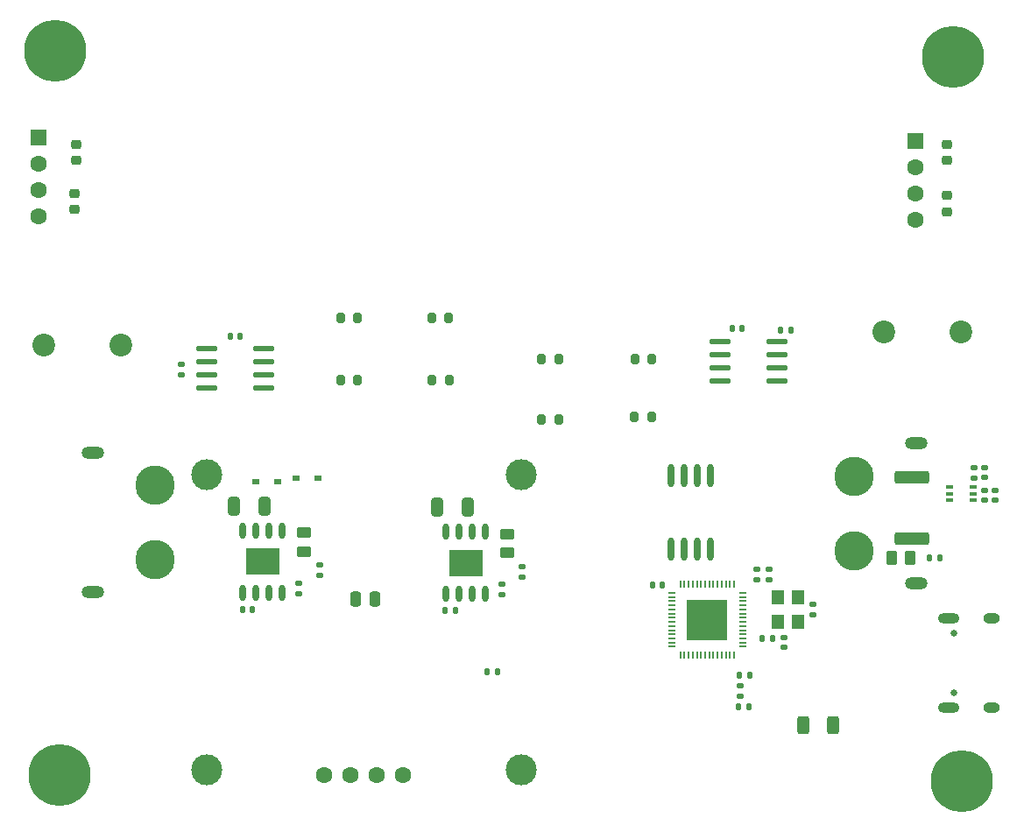
<source format=gbr>
%TF.GenerationSoftware,KiCad,Pcbnew,8.0.3*%
%TF.CreationDate,2024-07-22T22:22:07+10:00*%
%TF.ProjectId,MPPT,4d505054-2e6b-4696-9361-645f70636258,rev?*%
%TF.SameCoordinates,Original*%
%TF.FileFunction,Soldermask,Bot*%
%TF.FilePolarity,Negative*%
%FSLAX46Y46*%
G04 Gerber Fmt 4.6, Leading zero omitted, Abs format (unit mm)*
G04 Created by KiCad (PCBNEW 8.0.3) date 2024-07-22 22:22:07*
%MOMM*%
%LPD*%
G01*
G04 APERTURE LIST*
G04 Aperture macros list*
%AMRoundRect*
0 Rectangle with rounded corners*
0 $1 Rounding radius*
0 $2 $3 $4 $5 $6 $7 $8 $9 X,Y pos of 4 corners*
0 Add a 4 corners polygon primitive as box body*
4,1,4,$2,$3,$4,$5,$6,$7,$8,$9,$2,$3,0*
0 Add four circle primitives for the rounded corners*
1,1,$1+$1,$2,$3*
1,1,$1+$1,$4,$5*
1,1,$1+$1,$6,$7*
1,1,$1+$1,$8,$9*
0 Add four rect primitives between the rounded corners*
20,1,$1+$1,$2,$3,$4,$5,0*
20,1,$1+$1,$4,$5,$6,$7,0*
20,1,$1+$1,$6,$7,$8,$9,0*
20,1,$1+$1,$8,$9,$2,$3,0*%
G04 Aperture macros list end*
%ADD10C,6.000000*%
%ADD11R,0.780000X0.500000*%
%ADD12R,0.200000X0.660000*%
%ADD13R,0.660000X0.200000*%
%ADD14R,4.000000X4.000000*%
%ADD15C,0.650000*%
%ADD16O,2.100000X1.000000*%
%ADD17O,1.600000X1.000000*%
%ADD18C,2.200000*%
%ADD19RoundRect,0.250000X-0.312500X-0.625000X0.312500X-0.625000X0.312500X0.625000X-0.312500X0.625000X0*%
%ADD20RoundRect,0.135000X-0.185000X0.135000X-0.185000X-0.135000X0.185000X-0.135000X0.185000X0.135000X0*%
%ADD21RoundRect,0.140000X-0.140000X-0.170000X0.140000X-0.170000X0.140000X0.170000X-0.140000X0.170000X0*%
%ADD22RoundRect,0.225000X-0.250000X0.225000X-0.250000X-0.225000X0.250000X-0.225000X0.250000X0.225000X0*%
%ADD23RoundRect,0.140000X0.140000X0.170000X-0.140000X0.170000X-0.140000X-0.170000X0.140000X-0.170000X0*%
%ADD24RoundRect,0.225000X0.250000X-0.225000X0.250000X0.225000X-0.250000X0.225000X-0.250000X-0.225000X0*%
%ADD25RoundRect,0.140000X-0.170000X0.140000X-0.170000X-0.140000X0.170000X-0.140000X0.170000X0.140000X0*%
%ADD26RoundRect,0.250000X-0.250000X-0.475000X0.250000X-0.475000X0.250000X0.475000X-0.250000X0.475000X0*%
%ADD27RoundRect,0.140000X0.170000X-0.140000X0.170000X0.140000X-0.170000X0.140000X-0.170000X-0.140000X0*%
%ADD28O,2.200000X1.200000*%
%ADD29C,3.800000*%
%ADD30R,0.800000X0.400000*%
%ADD31RoundRect,0.250000X-1.425000X0.362500X-1.425000X-0.362500X1.425000X-0.362500X1.425000X0.362500X0*%
%ADD32RoundRect,0.250000X0.325000X0.650000X-0.325000X0.650000X-0.325000X-0.650000X0.325000X-0.650000X0*%
%ADD33O,0.600000X1.600000*%
%ADD34R,3.200000X2.500000*%
%ADD35RoundRect,0.250000X-0.450000X0.262500X-0.450000X-0.262500X0.450000X-0.262500X0.450000X0.262500X0*%
%ADD36RoundRect,0.135000X0.185000X-0.135000X0.185000X0.135000X-0.185000X0.135000X-0.185000X-0.135000X0*%
%ADD37R,1.200000X1.400000*%
%ADD38O,0.630000X2.250000*%
%ADD39O,2.050000X0.590000*%
%ADD40C,1.600000*%
%ADD41R,1.600000X1.600000*%
%ADD42RoundRect,0.200000X-0.200000X-0.275000X0.200000X-0.275000X0.200000X0.275000X-0.200000X0.275000X0*%
%ADD43RoundRect,0.200000X0.200000X0.275000X-0.200000X0.275000X-0.200000X-0.275000X0.200000X-0.275000X0*%
%ADD44RoundRect,0.135000X-0.135000X-0.185000X0.135000X-0.185000X0.135000X0.185000X-0.135000X0.185000X0*%
%ADD45C,3.000000*%
%ADD46RoundRect,0.147500X0.172500X-0.147500X0.172500X0.147500X-0.172500X0.147500X-0.172500X-0.147500X0*%
%ADD47RoundRect,0.135000X0.135000X0.185000X-0.135000X0.185000X-0.135000X-0.185000X0.135000X-0.185000X0*%
%ADD48RoundRect,0.250000X-0.262500X-0.450000X0.262500X-0.450000X0.262500X0.450000X-0.262500X0.450000X0*%
G04 APERTURE END LIST*
D10*
%TO.C,H4*%
X208000000Y-110200000D03*
%TD*%
%TO.C,H3*%
X120800000Y-109600000D03*
%TD*%
%TO.C,H2*%
X120400000Y-39600000D03*
%TD*%
%TO.C,H1*%
X207200000Y-40200000D03*
%TD*%
D11*
%TO.C,D2*%
X145740000Y-80950000D03*
X143660000Y-80950000D03*
%TD*%
%TO.C,D1*%
X139760000Y-81250000D03*
X141840000Y-81250000D03*
%TD*%
D12*
%TO.C,U14*%
X186000000Y-98010000D03*
X185600000Y-98010000D03*
X185200000Y-98010000D03*
X184800000Y-98010000D03*
X184400000Y-98010000D03*
X184000000Y-98010000D03*
X183600000Y-98010000D03*
X183200000Y-98010000D03*
X182800000Y-98010000D03*
X182400000Y-98010000D03*
X182000000Y-98010000D03*
X181600000Y-98010000D03*
X181200000Y-98010000D03*
X180800000Y-98010000D03*
D13*
X179990000Y-97200000D03*
X179990000Y-96800000D03*
X179990000Y-96400000D03*
X179990000Y-96000000D03*
X179990000Y-95600000D03*
X179990000Y-95200000D03*
X179990000Y-94800000D03*
X179990000Y-94400000D03*
X179990000Y-94000000D03*
X179990000Y-93600000D03*
X179990000Y-93200000D03*
X179990000Y-92800000D03*
X179990000Y-92400000D03*
X179990000Y-92000000D03*
D12*
X180800000Y-91190000D03*
X181200000Y-91190000D03*
X181600000Y-91190000D03*
X182000000Y-91190000D03*
X182400000Y-91190000D03*
X182800000Y-91190000D03*
X183200000Y-91190000D03*
X183600000Y-91190000D03*
X184000000Y-91190000D03*
X184400000Y-91190000D03*
X184800000Y-91190000D03*
X185200000Y-91190000D03*
X185600000Y-91190000D03*
X186000000Y-91190000D03*
D13*
X186810000Y-92000000D03*
X186810000Y-92400000D03*
X186810000Y-92800000D03*
X186810000Y-93200000D03*
X186810000Y-93600000D03*
X186810000Y-94000000D03*
X186810000Y-94400000D03*
X186810000Y-94800000D03*
X186810000Y-95200000D03*
X186810000Y-95600000D03*
X186810000Y-96000000D03*
X186810000Y-96400000D03*
X186810000Y-96800000D03*
X186810000Y-97200000D03*
D14*
X183400000Y-94600000D03*
%TD*%
D15*
%TO.C,J1*%
X207260000Y-101690000D03*
X207260000Y-95910000D03*
D16*
X206730000Y-103120000D03*
D17*
X210910000Y-103120000D03*
D16*
X206730000Y-94480000D03*
D17*
X210910000Y-94480000D03*
%TD*%
D18*
%TO.C,C50*%
X200450000Y-66800000D03*
X207950000Y-66800000D03*
%TD*%
%TO.C,C47*%
X119250000Y-68000000D03*
X126750000Y-68000000D03*
%TD*%
D19*
%TO.C,AE1*%
X192675000Y-104800000D03*
X195600000Y-104800000D03*
%TD*%
D20*
%TO.C,R18*%
X189400000Y-89690000D03*
X189400000Y-90710000D03*
%TD*%
%TO.C,R17*%
X188200000Y-89690000D03*
X188200000Y-90710000D03*
%TD*%
D21*
%TO.C,C33*%
X186520000Y-100000000D03*
X187480000Y-100000000D03*
%TD*%
%TO.C,C32*%
X186440000Y-103000000D03*
X187400000Y-103000000D03*
%TD*%
%TO.C,C19*%
X185800000Y-66400000D03*
X186760000Y-66400000D03*
%TD*%
D22*
%TO.C,C18*%
X206600000Y-53600000D03*
X206600000Y-55150000D03*
%TD*%
D23*
%TO.C,C17*%
X191480000Y-66600000D03*
X190520000Y-66600000D03*
%TD*%
D24*
%TO.C,C16*%
X206600000Y-50175000D03*
X206600000Y-48625000D03*
%TD*%
D25*
%TO.C,C15*%
X132600000Y-69920000D03*
X132600000Y-70880000D03*
%TD*%
D24*
%TO.C,C14*%
X122400000Y-50175000D03*
X122400000Y-48625000D03*
%TD*%
D22*
%TO.C,C9*%
X122200000Y-53400000D03*
X122200000Y-54950000D03*
%TD*%
D21*
%TO.C,C8*%
X137320000Y-67200000D03*
X138280000Y-67200000D03*
%TD*%
D26*
%TO.C,C2*%
X149412500Y-92587500D03*
X151312500Y-92587500D03*
%TD*%
D27*
%TO.C,C13*%
X211200000Y-82100000D03*
X211200000Y-83060000D03*
%TD*%
D28*
%TO.C,CN2*%
X203600000Y-77550120D03*
X203600000Y-91050120D03*
D29*
X197600000Y-87900120D03*
X197600000Y-80700120D03*
%TD*%
D27*
%TO.C,C12*%
X210200000Y-82100000D03*
X210200000Y-83060000D03*
%TD*%
%TO.C,C49*%
X209200000Y-79920000D03*
X209200000Y-80880000D03*
%TD*%
%TO.C,C48*%
X210200000Y-79900000D03*
X210200000Y-80860000D03*
%TD*%
D30*
%TO.C,U13*%
X206800000Y-81750000D03*
X206800000Y-82400000D03*
X206800000Y-83050000D03*
X209100000Y-83050000D03*
X209100000Y-82400000D03*
X209100000Y-81750000D03*
%TD*%
D31*
%TO.C,R7*%
X203200000Y-80837500D03*
X203200000Y-86762500D03*
%TD*%
D32*
%TO.C,C1*%
X160270000Y-83700000D03*
X157320000Y-83700000D03*
%TD*%
D23*
%TO.C,C3*%
X159045000Y-93700000D03*
X158085000Y-93700000D03*
%TD*%
D33*
%TO.C,U5*%
X158145000Y-86100000D03*
X159415000Y-86100000D03*
X160685000Y-86100000D03*
X161955000Y-86100000D03*
X161955000Y-92100000D03*
X160685000Y-92100000D03*
X159415000Y-92100000D03*
X158145000Y-92100000D03*
D34*
X160045000Y-89100000D03*
%TD*%
D35*
%TO.C,R1*%
X164045000Y-86287500D03*
X164045000Y-88112500D03*
%TD*%
D36*
%TO.C,R3*%
X165545000Y-90460000D03*
X165545000Y-89440000D03*
%TD*%
D20*
%TO.C,R2*%
X163545000Y-91180000D03*
X163545000Y-92200000D03*
%TD*%
D37*
%TO.C,Y1*%
X190250000Y-94800000D03*
X190250000Y-92400000D03*
X192150000Y-92400000D03*
X192150000Y-94800000D03*
%TD*%
D38*
%TO.C,U19*%
X179890000Y-80670000D03*
X181170000Y-80670000D03*
X182430000Y-80670000D03*
X183700000Y-80670000D03*
X179890000Y-87730000D03*
X181170000Y-87730000D03*
X182430000Y-87730000D03*
X183700000Y-87730000D03*
%TD*%
D33*
%TO.C,U7*%
X138512500Y-91987500D03*
X138512500Y-85987500D03*
X139782500Y-91987500D03*
X141052500Y-91987500D03*
X142322500Y-91987500D03*
X139782500Y-85987500D03*
X141052500Y-85987500D03*
X142322500Y-85987500D03*
D34*
X140412500Y-88987500D03*
%TD*%
D39*
%TO.C,U4*%
X190170000Y-67690000D03*
X190170000Y-68970000D03*
X190170000Y-70230000D03*
X190170000Y-71500000D03*
X184630000Y-67690000D03*
X184630000Y-68970000D03*
X184630000Y-70230000D03*
X184630000Y-71500000D03*
%TD*%
D40*
%TO.C,U3*%
X203515000Y-55912500D03*
X203515000Y-53372500D03*
X203515000Y-50832500D03*
D41*
X203515000Y-48292500D03*
%TD*%
%TO.C,U2*%
X118800000Y-47980000D03*
D40*
X118800000Y-50520000D03*
X118800000Y-53060000D03*
X118800000Y-55600000D03*
%TD*%
D42*
%TO.C,R35*%
X147950000Y-71400000D03*
X149600000Y-71400000D03*
%TD*%
%TO.C,R34*%
X156800000Y-71400000D03*
X158450000Y-71400000D03*
%TD*%
%TO.C,R33*%
X156750000Y-65400000D03*
X158400000Y-65400000D03*
%TD*%
%TO.C,R32*%
X147950000Y-65400000D03*
X149600000Y-65400000D03*
%TD*%
D43*
%TO.C,R31*%
X178000000Y-75000000D03*
X176350000Y-75000000D03*
%TD*%
%TO.C,R30*%
X169050000Y-75200000D03*
X167400000Y-75200000D03*
%TD*%
%TO.C,R29*%
X169050000Y-69400000D03*
X167400000Y-69400000D03*
%TD*%
D44*
%TO.C,R25*%
X204890000Y-88600000D03*
X205910000Y-88600000D03*
%TD*%
%TO.C,R11*%
X188690000Y-96400000D03*
X189710000Y-96400000D03*
%TD*%
D36*
%TO.C,R10*%
X145912500Y-90347500D03*
X145912500Y-89327500D03*
%TD*%
D20*
%TO.C,R9*%
X143912500Y-91067500D03*
X143912500Y-92087500D03*
%TD*%
D43*
%TO.C,R8*%
X178050000Y-69400000D03*
X176400000Y-69400000D03*
%TD*%
D35*
%TO.C,R6*%
X144412500Y-86175000D03*
X144412500Y-88000000D03*
%TD*%
D40*
%TO.C,OLED1*%
X154000000Y-109600000D03*
X151460000Y-109600000D03*
X148920000Y-109600000D03*
X146380000Y-109600000D03*
D45*
X165390000Y-109100000D03*
X134990000Y-109100000D03*
X165390000Y-80600000D03*
X134990000Y-80600000D03*
%TD*%
D46*
%TO.C,L6*%
X186600000Y-101970000D03*
X186600000Y-101000000D03*
%TD*%
D29*
%TO.C,CN1*%
X130000000Y-81600000D03*
X130000000Y-88800000D03*
D28*
X124000000Y-78450000D03*
X124000000Y-91950000D03*
%TD*%
D23*
%TO.C,C27*%
X179080000Y-91200000D03*
X178120000Y-91200000D03*
%TD*%
D25*
%TO.C,C26*%
X193600000Y-93120000D03*
X193600000Y-94080000D03*
%TD*%
%TO.C,C25*%
X190800000Y-96320000D03*
X190800000Y-97280000D03*
%TD*%
D47*
%TO.C,C24*%
X163110000Y-99600000D03*
X162090000Y-99600000D03*
%TD*%
D23*
%TO.C,C21*%
X139412500Y-93587500D03*
X138452500Y-93587500D03*
%TD*%
D32*
%TO.C,C20*%
X140637500Y-83587500D03*
X137687500Y-83587500D03*
%TD*%
D39*
%TO.C,U1*%
X140540000Y-68400000D03*
X140540000Y-69670000D03*
X140540000Y-70930000D03*
X140540000Y-72210000D03*
X135000000Y-68400000D03*
X135000000Y-69670000D03*
X135000000Y-70930000D03*
X135000000Y-72210000D03*
%TD*%
D48*
%TO.C,R24*%
X201200000Y-88600000D03*
X203025000Y-88600000D03*
%TD*%
M02*

</source>
